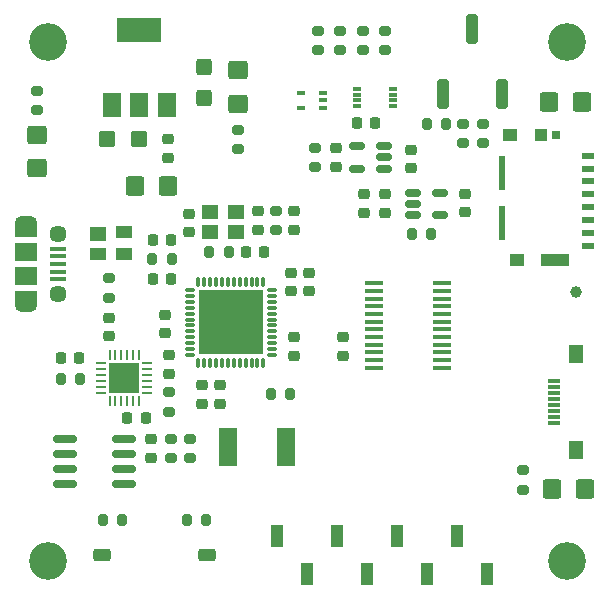
<source format=gts>
%TF.GenerationSoftware,KiCad,Pcbnew,6.0.0*%
%TF.CreationDate,2022-01-02T17:56:43-06:00*%
%TF.ProjectId,sd-card-mux,73642d63-6172-4642-9d6d-75782e6b6963,rev?*%
%TF.SameCoordinates,Original*%
%TF.FileFunction,Soldermask,Top*%
%TF.FilePolarity,Negative*%
%FSLAX46Y46*%
G04 Gerber Fmt 4.6, Leading zero omitted, Abs format (unit mm)*
G04 Created by KiCad (PCBNEW 6.0.0) date 2022-01-02 17:56:43*
%MOMM*%
%LPD*%
G01*
G04 APERTURE LIST*
G04 Aperture macros list*
%AMRoundRect*
0 Rectangle with rounded corners*
0 $1 Rounding radius*
0 $2 $3 $4 $5 $6 $7 $8 $9 X,Y pos of 4 corners*
0 Add a 4 corners polygon primitive as box body*
4,1,4,$2,$3,$4,$5,$6,$7,$8,$9,$2,$3,0*
0 Add four circle primitives for the rounded corners*
1,1,$1+$1,$2,$3*
1,1,$1+$1,$4,$5*
1,1,$1+$1,$6,$7*
1,1,$1+$1,$8,$9*
0 Add four rect primitives between the rounded corners*
20,1,$1+$1,$2,$3,$4,$5,0*
20,1,$1+$1,$4,$5,$6,$7,0*
20,1,$1+$1,$6,$7,$8,$9,0*
20,1,$1+$1,$8,$9,$2,$3,0*%
G04 Aperture macros list end*
%ADD10R,1.400000X1.200000*%
%ADD11R,1.400000X1.000000*%
%ADD12RoundRect,0.062500X-0.062500X0.350000X-0.062500X-0.350000X0.062500X-0.350000X0.062500X0.350000X0*%
%ADD13RoundRect,0.062500X-0.350000X0.062500X-0.350000X-0.062500X0.350000X-0.062500X0.350000X0.062500X0*%
%ADD14R,2.600000X2.600000*%
%ADD15RoundRect,0.225000X-0.250000X0.225000X-0.250000X-0.225000X0.250000X-0.225000X0.250000X0.225000X0*%
%ADD16RoundRect,0.200000X-0.200000X-0.275000X0.200000X-0.275000X0.200000X0.275000X-0.200000X0.275000X0*%
%ADD17R,1.000000X1.900000*%
%ADD18RoundRect,0.200000X-0.275000X0.200000X-0.275000X-0.200000X0.275000X-0.200000X0.275000X0.200000X0*%
%ADD19RoundRect,0.150000X0.512500X0.150000X-0.512500X0.150000X-0.512500X-0.150000X0.512500X-0.150000X0*%
%ADD20RoundRect,0.218750X0.256250X-0.218750X0.256250X0.218750X-0.256250X0.218750X-0.256250X-0.218750X0*%
%ADD21R,1.600000X3.300000*%
%ADD22RoundRect,0.250000X0.550000X0.575000X-0.550000X0.575000X-0.550000X-0.575000X0.550000X-0.575000X0*%
%ADD23R,1.500000X2.000000*%
%ADD24R,3.800000X2.000000*%
%ADD25C,1.000000*%
%ADD26RoundRect,0.250000X-0.550000X-0.575000X0.550000X-0.575000X0.550000X0.575000X-0.550000X0.575000X0*%
%ADD27C,3.200000*%
%ADD28RoundRect,0.225000X0.250000X-0.225000X0.250000X0.225000X-0.250000X0.225000X-0.250000X-0.225000X0*%
%ADD29RoundRect,0.250000X-0.575000X0.550000X-0.575000X-0.550000X0.575000X-0.550000X0.575000X0.550000X0*%
%ADD30RoundRect,0.200000X0.275000X-0.200000X0.275000X0.200000X-0.275000X0.200000X-0.275000X-0.200000X0*%
%ADD31RoundRect,0.075000X-0.350000X0.075000X-0.350000X-0.075000X0.350000X-0.075000X0.350000X0.075000X0*%
%ADD32RoundRect,0.075000X0.075000X0.350000X-0.075000X0.350000X-0.075000X-0.350000X0.075000X-0.350000X0*%
%ADD33RoundRect,0.075000X-0.075000X-0.350000X0.075000X-0.350000X0.075000X0.350000X-0.075000X0.350000X0*%
%ADD34C,0.660000*%
%ADD35R,5.400000X5.400000*%
%ADD36RoundRect,0.250000X0.450000X0.425000X-0.450000X0.425000X-0.450000X-0.425000X0.450000X-0.425000X0*%
%ADD37R,1.000000X0.300000*%
%ADD38R,1.300000X1.650000*%
%ADD39RoundRect,0.250000X-0.250000X-1.000000X0.250000X-1.000000X0.250000X1.000000X-0.250000X1.000000X0*%
%ADD40R,1.350000X0.400000*%
%ADD41R,1.900000X1.500000*%
%ADD42C,1.450000*%
%ADD43O,1.900000X1.200000*%
%ADD44R,1.900000X1.200000*%
%ADD45RoundRect,0.150000X-0.825000X-0.150000X0.825000X-0.150000X0.825000X0.150000X-0.825000X0.150000X0*%
%ADD46RoundRect,0.225000X-0.225000X-0.250000X0.225000X-0.250000X0.225000X0.250000X-0.225000X0.250000X0*%
%ADD47RoundRect,0.200000X0.200000X0.275000X-0.200000X0.275000X-0.200000X-0.275000X0.200000X-0.275000X0*%
%ADD48R,1.000000X0.500000*%
%ADD49R,0.780000X0.720000*%
%ADD50R,1.080000X1.050000*%
%ADD51R,1.200000X1.050000*%
%ADD52R,2.390000X1.050000*%
%ADD53R,0.550000X2.910000*%
%ADD54R,0.650000X0.400000*%
%ADD55R,1.500000X0.450000*%
%ADD56RoundRect,0.225000X0.225000X0.250000X-0.225000X0.250000X-0.225000X-0.250000X0.225000X-0.250000X0*%
%ADD57RoundRect,0.150000X-0.512500X-0.150000X0.512500X-0.150000X0.512500X0.150000X-0.512500X0.150000X0*%
%ADD58RoundRect,0.250000X0.425000X-0.450000X0.425000X0.450000X-0.425000X0.450000X-0.425000X-0.450000X0*%
%ADD59RoundRect,0.250000X0.575000X-0.550000X0.575000X0.550000X-0.575000X0.550000X-0.575000X-0.550000X0*%
%ADD60RoundRect,0.275000X-0.475000X0.275000X-0.475000X-0.275000X0.475000X-0.275000X0.475000X0.275000X0*%
%ADD61R,0.800000X0.300000*%
G04 APERTURE END LIST*
D10*
%TO.C,D1*%
X129583000Y-89527000D03*
D11*
X129583000Y-91247000D03*
X131783000Y-91247000D03*
X131783000Y-89347000D03*
%TD*%
D12*
%TO.C,U4*%
X133076000Y-99789500D03*
X132576000Y-99789500D03*
X132076000Y-99789500D03*
X131576000Y-99789500D03*
X131076000Y-99789500D03*
X130576000Y-99789500D03*
D13*
X129888500Y-100477000D03*
X129888500Y-100977000D03*
X129888500Y-101477000D03*
X129888500Y-101977000D03*
X129888500Y-102477000D03*
X129888500Y-102977000D03*
D12*
X130576000Y-103664500D03*
X131076000Y-103664500D03*
X131576000Y-103664500D03*
X132076000Y-103664500D03*
X132576000Y-103664500D03*
X133076000Y-103664500D03*
D13*
X133763500Y-102977000D03*
X133763500Y-102477000D03*
X133763500Y-101977000D03*
X133763500Y-101477000D03*
X133763500Y-100977000D03*
X133763500Y-100477000D03*
D14*
X131826000Y-101727000D03*
%TD*%
D15*
%TO.C,C4*%
X137287000Y-87843000D03*
X137287000Y-89393000D03*
%TD*%
D16*
%TO.C,R10*%
X126429000Y-101854000D03*
X128079000Y-101854000D03*
%TD*%
D17*
%TO.C,J2*%
X144780000Y-115064000D03*
X147320000Y-118364000D03*
X149860000Y-115064000D03*
X152400000Y-118364000D03*
X154940000Y-115064000D03*
X157480000Y-118364000D03*
X160020000Y-115064000D03*
X162560000Y-118364000D03*
%TD*%
D18*
%TO.C,R16*%
X124460000Y-77407000D03*
X124460000Y-79057000D03*
%TD*%
D19*
%TO.C,U8*%
X153791500Y-84008000D03*
X153791500Y-83058000D03*
X153791500Y-82108000D03*
X151516500Y-82108000D03*
X151516500Y-84008000D03*
%TD*%
D20*
%TO.C,FB1*%
X135509000Y-83083500D03*
X135509000Y-81508500D03*
%TD*%
D21*
%TO.C,TP5*%
X145542000Y-107569000D03*
%TD*%
D22*
%TO.C,F1*%
X135537000Y-85471000D03*
X132687000Y-85471000D03*
%TD*%
D23*
%TO.C,U3*%
X130796000Y-78588000D03*
D24*
X133096000Y-72288000D03*
D23*
X133096000Y-78588000D03*
X135396000Y-78588000D03*
%TD*%
D25*
%TO.C,TP3*%
X170053000Y-94488000D03*
%TD*%
D26*
%TO.C,D4*%
X167993000Y-111125000D03*
X170843000Y-111125000D03*
%TD*%
D27*
%TO.C,H2*%
X125349000Y-73279000D03*
%TD*%
D28*
%TO.C,C14*%
X130556000Y-98171000D03*
X130556000Y-96621000D03*
%TD*%
D29*
%TO.C,D5*%
X124460000Y-81125000D03*
X124460000Y-83975000D03*
%TD*%
D15*
%TO.C,C20*%
X153920000Y-86175000D03*
X153920000Y-87725000D03*
%TD*%
D18*
%TO.C,R2*%
X137414000Y-106871000D03*
X137414000Y-108521000D03*
%TD*%
D28*
%TO.C,C21*%
X152146000Y-87725000D03*
X152146000Y-86175000D03*
%TD*%
D20*
%TO.C,FB2*%
X145923000Y-94386500D03*
X145923000Y-92811500D03*
%TD*%
D30*
%TO.C,R19*%
X160528000Y-81851000D03*
X160528000Y-80201000D03*
%TD*%
D26*
%TO.C,D3*%
X167739000Y-78359000D03*
X170589000Y-78359000D03*
%TD*%
D15*
%TO.C,C8*%
X143129000Y-87617000D03*
X143129000Y-89167000D03*
%TD*%
D31*
%TO.C,U2*%
X137393000Y-94278000D03*
X137393000Y-94778000D03*
X137393000Y-95278000D03*
X137393000Y-95778000D03*
X137393000Y-96278000D03*
X137393000Y-96778000D03*
X137393000Y-97278000D03*
X137393000Y-97778000D03*
X137393000Y-98278000D03*
X137393000Y-98778000D03*
X137393000Y-99278000D03*
X137393000Y-99778000D03*
D32*
X138093000Y-100478000D03*
X138593000Y-100478000D03*
X139093000Y-100478000D03*
X139593000Y-100478000D03*
X140093000Y-100478000D03*
X140593000Y-100478000D03*
X141093000Y-100478000D03*
X141593000Y-100478000D03*
X142093000Y-100478000D03*
X142593000Y-100478000D03*
X143093000Y-100478000D03*
X143593000Y-100478000D03*
D31*
X144293000Y-99778000D03*
X144293000Y-99278000D03*
X144293000Y-98778000D03*
X144293000Y-98278000D03*
X144293000Y-97778000D03*
X144293000Y-97278000D03*
X144293000Y-96778000D03*
X144293000Y-96278000D03*
X144293000Y-95778000D03*
X144293000Y-95278000D03*
X144293000Y-94778000D03*
X144293000Y-94278000D03*
D33*
X143593000Y-93578000D03*
X143093000Y-93578000D03*
X142593000Y-93578000D03*
X142093000Y-93578000D03*
X141593000Y-93578000D03*
X141093000Y-93578000D03*
X140593000Y-93578000D03*
X140093000Y-93578000D03*
X139593000Y-93578000D03*
X139093000Y-93578000D03*
X138593000Y-93578000D03*
X138093000Y-93578000D03*
D34*
X142643000Y-98828000D03*
X140243000Y-98828000D03*
X140243000Y-95228000D03*
X139043000Y-98828000D03*
X141443000Y-96428000D03*
D35*
X140843000Y-97028000D03*
D34*
X142643000Y-95228000D03*
X141443000Y-97628000D03*
X140243000Y-96428000D03*
X141443000Y-98828000D03*
X142643000Y-97628000D03*
X139043000Y-95228000D03*
X142643000Y-96428000D03*
X139043000Y-97628000D03*
X141443000Y-95228000D03*
X139043000Y-96428000D03*
X140243000Y-97628000D03*
%TD*%
D18*
%TO.C,R22*%
X150114000Y-72327000D03*
X150114000Y-73977000D03*
%TD*%
D21*
%TO.C,TP4*%
X140589000Y-107569000D03*
%TD*%
D16*
%TO.C,R9*%
X144209000Y-103124000D03*
X145859000Y-103124000D03*
%TD*%
D36*
%TO.C,C10*%
X133049000Y-81534000D03*
X130349000Y-81534000D03*
%TD*%
D18*
%TO.C,R12*%
X152019000Y-72327000D03*
X152019000Y-73977000D03*
%TD*%
D37*
%TO.C,J3*%
X168200995Y-105509000D03*
X168200995Y-105009000D03*
X168200995Y-104509000D03*
X168200995Y-104009000D03*
X168200995Y-103509000D03*
X168200995Y-103009000D03*
X168200995Y-102509000D03*
X168200995Y-102009000D03*
D38*
X170100995Y-107784000D03*
X170100995Y-99734000D03*
%TD*%
D39*
%TO.C,SW1*%
X158790000Y-77680000D03*
X161290000Y-72180000D03*
X163790000Y-77680000D03*
%TD*%
D16*
%TO.C,R13*%
X156147000Y-89535000D03*
X157797000Y-89535000D03*
%TD*%
D15*
%TO.C,C25*%
X135255000Y-96380000D03*
X135255000Y-97930000D03*
%TD*%
D16*
%TO.C,R21*%
X137097000Y-113792000D03*
X138747000Y-113792000D03*
%TD*%
D28*
%TO.C,C22*%
X146177000Y-99835000D03*
X146177000Y-98285000D03*
%TD*%
D40*
%TO.C,J1*%
X126176500Y-90775000D03*
X126176500Y-91425000D03*
X126176500Y-92075000D03*
X126176500Y-92725000D03*
X126176500Y-93375000D03*
D41*
X123476500Y-91075000D03*
D42*
X126176500Y-94575000D03*
X126176500Y-89575000D03*
D43*
X123476500Y-95575000D03*
D44*
X123476500Y-89175000D03*
D43*
X123476500Y-88575000D03*
D44*
X123476500Y-94975000D03*
D41*
X123476500Y-93075000D03*
%TD*%
D45*
%TO.C,U1*%
X126811000Y-106934000D03*
X126811000Y-108204000D03*
X126811000Y-109474000D03*
X126811000Y-110744000D03*
X131761000Y-110744000D03*
X131761000Y-109474000D03*
X131761000Y-108204000D03*
X131761000Y-106934000D03*
%TD*%
D46*
%TO.C,C15*%
X132067000Y-105156000D03*
X133617000Y-105156000D03*
%TD*%
%TO.C,C5*%
X142100000Y-91059000D03*
X143650000Y-91059000D03*
%TD*%
D47*
%TO.C,R5*%
X135826000Y-91694000D03*
X134176000Y-91694000D03*
%TD*%
D46*
%TO.C,C23*%
X151498000Y-80137000D03*
X153048000Y-80137000D03*
%TD*%
D18*
%TO.C,R23*%
X148209000Y-72327000D03*
X148209000Y-73977000D03*
%TD*%
D48*
%TO.C,J4*%
X171069000Y-82891000D03*
X171069000Y-83991000D03*
X171069000Y-85091000D03*
X171069000Y-86191000D03*
X171069000Y-87291000D03*
X171069000Y-88391000D03*
X171069000Y-89491000D03*
X171069000Y-90591000D03*
D49*
X168389000Y-81131000D03*
D50*
X167119000Y-81131000D03*
D51*
X164509000Y-81131000D03*
D52*
X168264000Y-91766000D03*
D51*
X165079000Y-91766000D03*
D53*
X163834000Y-88586000D03*
X163834000Y-84396000D03*
%TD*%
D54*
%TO.C,U9*%
X148651000Y-78882000D03*
X148651000Y-78232000D03*
X148651000Y-77582000D03*
X146751000Y-77582000D03*
X146751000Y-78882000D03*
%TD*%
D10*
%TO.C,Y1*%
X139108000Y-89369000D03*
X141308000Y-89369000D03*
X141308000Y-87669000D03*
X139108000Y-87669000D03*
%TD*%
D16*
%TO.C,R18*%
X157417000Y-80264000D03*
X159067000Y-80264000D03*
%TD*%
D15*
%TO.C,C12*%
X138430000Y-102349000D03*
X138430000Y-103899000D03*
%TD*%
D30*
%TO.C,R1*%
X130556000Y-94932000D03*
X130556000Y-93282000D03*
%TD*%
D55*
%TO.C,U6*%
X152929000Y-93707000D03*
X152929000Y-94357000D03*
X152929000Y-95007000D03*
X152929000Y-95657000D03*
X152929000Y-96307000D03*
X152929000Y-96957000D03*
X152929000Y-97607000D03*
X152929000Y-98257000D03*
X152929000Y-98907000D03*
X152929000Y-99557000D03*
X152929000Y-100207000D03*
X152929000Y-100857000D03*
X158729000Y-100857000D03*
X158729000Y-100207000D03*
X158729000Y-99557000D03*
X158729000Y-98907000D03*
X158729000Y-98257000D03*
X158729000Y-97607000D03*
X158729000Y-96957000D03*
X158729000Y-96307000D03*
X158729000Y-95657000D03*
X158729000Y-95007000D03*
X158729000Y-94357000D03*
X158729000Y-93707000D03*
%TD*%
D16*
%TO.C,R17*%
X139002000Y-91059000D03*
X140652000Y-91059000D03*
%TD*%
D18*
%TO.C,R7*%
X162179000Y-80201000D03*
X162179000Y-81851000D03*
%TD*%
D56*
%TO.C,C2*%
X135763000Y-93345000D03*
X134213000Y-93345000D03*
%TD*%
D27*
%TO.C,H3*%
X125349000Y-117221000D03*
%TD*%
%TO.C,H1*%
X169291000Y-117221000D03*
%TD*%
D18*
%TO.C,R4*%
X135763000Y-106871000D03*
X135763000Y-108521000D03*
%TD*%
%TO.C,R8*%
X135636000Y-102934000D03*
X135636000Y-104584000D03*
%TD*%
D30*
%TO.C,R15*%
X165608000Y-111188000D03*
X165608000Y-109538000D03*
%TD*%
D47*
%TO.C,R20*%
X131635000Y-113792000D03*
X129985000Y-113792000D03*
%TD*%
D15*
%TO.C,C3*%
X139954000Y-102349000D03*
X139954000Y-103899000D03*
%TD*%
D18*
%TO.C,R14*%
X147955000Y-82233000D03*
X147955000Y-83883000D03*
%TD*%
D57*
%TO.C,U7*%
X156244500Y-86045000D03*
X156244500Y-86995000D03*
X156244500Y-87945000D03*
X158519500Y-87945000D03*
X158519500Y-86045000D03*
%TD*%
D58*
%TO.C,C9*%
X138557000Y-78058000D03*
X138557000Y-75358000D03*
%TD*%
D59*
%TO.C,D2*%
X141420000Y-78514000D03*
X141420000Y-75664000D03*
%TD*%
D18*
%TO.C,R11*%
X153924000Y-72327000D03*
X153924000Y-73977000D03*
%TD*%
D28*
%TO.C,C18*%
X149733000Y-83833000D03*
X149733000Y-82283000D03*
%TD*%
D56*
%TO.C,C11*%
X135776000Y-90043000D03*
X134226000Y-90043000D03*
%TD*%
D15*
%TO.C,C7*%
X135636000Y-99809000D03*
X135636000Y-101359000D03*
%TD*%
%TO.C,C6*%
X146177000Y-87617000D03*
X146177000Y-89167000D03*
%TD*%
D56*
%TO.C,C13*%
X128016000Y-100076000D03*
X126466000Y-100076000D03*
%TD*%
D28*
%TO.C,C1*%
X134112000Y-108471000D03*
X134112000Y-106921000D03*
%TD*%
%TO.C,C16*%
X150368000Y-99835000D03*
X150368000Y-98285000D03*
%TD*%
D30*
%TO.C,R3*%
X144653000Y-89217000D03*
X144653000Y-87567000D03*
%TD*%
D28*
%TO.C,C19*%
X156120000Y-83960000D03*
X156120000Y-82410000D03*
%TD*%
D18*
%TO.C,R6*%
X141420000Y-80709000D03*
X141420000Y-82359000D03*
%TD*%
D60*
%TO.C,SW2*%
X129916000Y-116713000D03*
X138816000Y-116713000D03*
%TD*%
D27*
%TO.C,H4*%
X169291000Y-73279000D03*
%TD*%
D28*
%TO.C,C24*%
X147447000Y-94374000D03*
X147447000Y-92824000D03*
%TD*%
D61*
%TO.C,U10*%
X154585000Y-78728000D03*
X154585000Y-78228000D03*
X154585000Y-77728000D03*
X154585000Y-77228000D03*
X151485000Y-77228000D03*
X151485000Y-77728000D03*
X151485000Y-78228000D03*
X151485000Y-78728000D03*
%TD*%
D15*
%TO.C,C17*%
X160684000Y-86155000D03*
X160684000Y-87705000D03*
%TD*%
M02*

</source>
